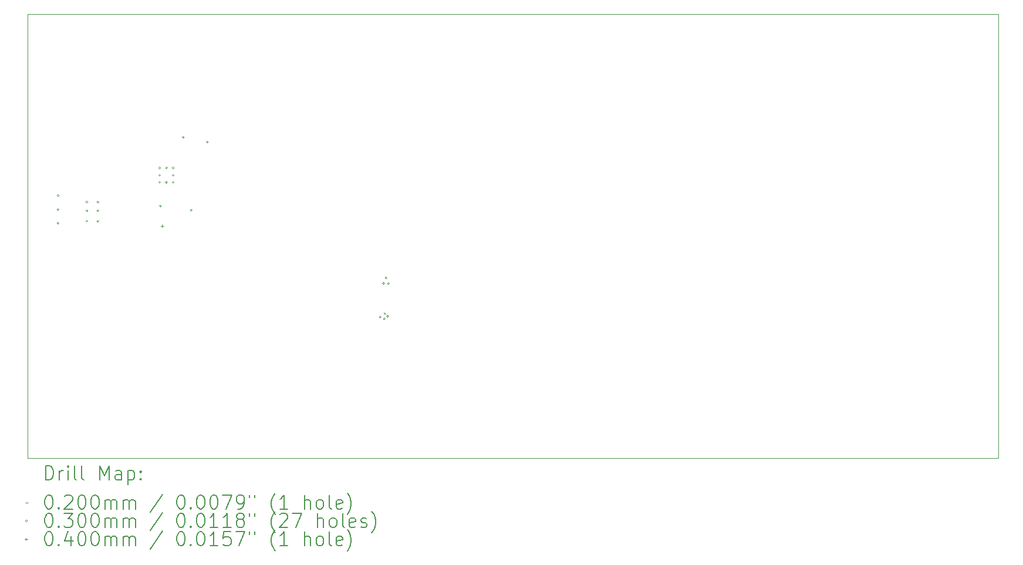
<source format=gbr>
%TF.GenerationSoftware,KiCad,Pcbnew,8.0.6*%
%TF.CreationDate,2025-02-07T02:34:47-05:00*%
%TF.ProjectId,SCAN,5343414e-2e6b-4696-9361-645f70636258,v1.0*%
%TF.SameCoordinates,Original*%
%TF.FileFunction,Drillmap*%
%TF.FilePolarity,Positive*%
%FSLAX45Y45*%
G04 Gerber Fmt 4.5, Leading zero omitted, Abs format (unit mm)*
G04 Created by KiCad (PCBNEW 8.0.6) date 2025-02-07 02:34:47*
%MOMM*%
%LPD*%
G01*
G04 APERTURE LIST*
%ADD10C,0.100000*%
%ADD11C,0.200000*%
G04 APERTURE END LIST*
D10*
X5700000Y-6800000D02*
X19700000Y-6800000D01*
X19700000Y-13200000D01*
X5700000Y-13200000D01*
X5700000Y-6800000D01*
D11*
D10*
X10838000Y-11106000D02*
X10858000Y-11126000D01*
X10858000Y-11106000D02*
X10838000Y-11126000D01*
X6151000Y-9420000D02*
G75*
G02*
X6121000Y-9420000I-15000J0D01*
G01*
X6121000Y-9420000D02*
G75*
G02*
X6151000Y-9420000I15000J0D01*
G01*
X6151000Y-9620000D02*
G75*
G02*
X6121000Y-9620000I-15000J0D01*
G01*
X6121000Y-9620000D02*
G75*
G02*
X6151000Y-9620000I15000J0D01*
G01*
X6151000Y-9819000D02*
G75*
G02*
X6121000Y-9819000I-15000J0D01*
G01*
X6121000Y-9819000D02*
G75*
G02*
X6151000Y-9819000I15000J0D01*
G01*
X6567000Y-9513000D02*
G75*
G02*
X6537000Y-9513000I-15000J0D01*
G01*
X6537000Y-9513000D02*
G75*
G02*
X6567000Y-9513000I15000J0D01*
G01*
X6567000Y-9637000D02*
G75*
G02*
X6537000Y-9637000I-15000J0D01*
G01*
X6537000Y-9637000D02*
G75*
G02*
X6567000Y-9637000I15000J0D01*
G01*
X6567000Y-9788000D02*
G75*
G02*
X6537000Y-9788000I-15000J0D01*
G01*
X6537000Y-9788000D02*
G75*
G02*
X6567000Y-9788000I15000J0D01*
G01*
X6726000Y-9513000D02*
G75*
G02*
X6696000Y-9513000I-15000J0D01*
G01*
X6696000Y-9513000D02*
G75*
G02*
X6726000Y-9513000I15000J0D01*
G01*
X6726000Y-9637000D02*
G75*
G02*
X6696000Y-9637000I-15000J0D01*
G01*
X6696000Y-9637000D02*
G75*
G02*
X6726000Y-9637000I15000J0D01*
G01*
X6726000Y-9788000D02*
G75*
G02*
X6696000Y-9788000I-15000J0D01*
G01*
X6696000Y-9788000D02*
G75*
G02*
X6726000Y-9788000I15000J0D01*
G01*
X7616000Y-9020000D02*
G75*
G02*
X7586000Y-9020000I-15000J0D01*
G01*
X7586000Y-9020000D02*
G75*
G02*
X7616000Y-9020000I15000J0D01*
G01*
X7616000Y-9127000D02*
G75*
G02*
X7586000Y-9127000I-15000J0D01*
G01*
X7586000Y-9127000D02*
G75*
G02*
X7616000Y-9127000I15000J0D01*
G01*
X7616000Y-9228000D02*
G75*
G02*
X7586000Y-9228000I-15000J0D01*
G01*
X7586000Y-9228000D02*
G75*
G02*
X7616000Y-9228000I15000J0D01*
G01*
X7627000Y-9571000D02*
G75*
G02*
X7597000Y-9571000I-15000J0D01*
G01*
X7597000Y-9571000D02*
G75*
G02*
X7627000Y-9571000I15000J0D01*
G01*
X7715000Y-9020000D02*
G75*
G02*
X7685000Y-9020000I-15000J0D01*
G01*
X7685000Y-9020000D02*
G75*
G02*
X7715000Y-9020000I15000J0D01*
G01*
X7715000Y-9228000D02*
G75*
G02*
X7685000Y-9228000I-15000J0D01*
G01*
X7685000Y-9228000D02*
G75*
G02*
X7715000Y-9228000I15000J0D01*
G01*
X7811000Y-9020000D02*
G75*
G02*
X7781000Y-9020000I-15000J0D01*
G01*
X7781000Y-9020000D02*
G75*
G02*
X7811000Y-9020000I15000J0D01*
G01*
X7811000Y-9127000D02*
G75*
G02*
X7781000Y-9127000I-15000J0D01*
G01*
X7781000Y-9127000D02*
G75*
G02*
X7811000Y-9127000I15000J0D01*
G01*
X7811000Y-9228000D02*
G75*
G02*
X7781000Y-9228000I-15000J0D01*
G01*
X7781000Y-9228000D02*
G75*
G02*
X7811000Y-9228000I15000J0D01*
G01*
X7956000Y-8579000D02*
G75*
G02*
X7926000Y-8579000I-15000J0D01*
G01*
X7926000Y-8579000D02*
G75*
G02*
X7956000Y-8579000I15000J0D01*
G01*
X8073000Y-9628000D02*
G75*
G02*
X8043000Y-9628000I-15000J0D01*
G01*
X8043000Y-9628000D02*
G75*
G02*
X8073000Y-9628000I15000J0D01*
G01*
X8304000Y-8646000D02*
G75*
G02*
X8274000Y-8646000I-15000J0D01*
G01*
X8274000Y-8646000D02*
G75*
G02*
X8304000Y-8646000I15000J0D01*
G01*
X10798000Y-11171000D02*
G75*
G02*
X10768000Y-11171000I-15000J0D01*
G01*
X10768000Y-11171000D02*
G75*
G02*
X10798000Y-11171000I15000J0D01*
G01*
X10847000Y-10686000D02*
G75*
G02*
X10817000Y-10686000I-15000J0D01*
G01*
X10817000Y-10686000D02*
G75*
G02*
X10847000Y-10686000I15000J0D01*
G01*
X10857000Y-11197000D02*
G75*
G02*
X10827000Y-11197000I-15000J0D01*
G01*
X10827000Y-11197000D02*
G75*
G02*
X10857000Y-11197000I15000J0D01*
G01*
X10883000Y-10607000D02*
G75*
G02*
X10853000Y-10607000I-15000J0D01*
G01*
X10853000Y-10607000D02*
G75*
G02*
X10883000Y-10607000I15000J0D01*
G01*
X10908000Y-11159000D02*
G75*
G02*
X10878000Y-11159000I-15000J0D01*
G01*
X10878000Y-11159000D02*
G75*
G02*
X10908000Y-11159000I15000J0D01*
G01*
X10917000Y-10687000D02*
G75*
G02*
X10887000Y-10687000I-15000J0D01*
G01*
X10887000Y-10687000D02*
G75*
G02*
X10917000Y-10687000I15000J0D01*
G01*
X7638000Y-9837000D02*
X7638000Y-9877000D01*
X7618000Y-9857000D02*
X7658000Y-9857000D01*
D11*
X5955777Y-13516484D02*
X5955777Y-13316484D01*
X5955777Y-13316484D02*
X6003396Y-13316484D01*
X6003396Y-13316484D02*
X6031967Y-13326008D01*
X6031967Y-13326008D02*
X6051015Y-13345055D01*
X6051015Y-13345055D02*
X6060539Y-13364103D01*
X6060539Y-13364103D02*
X6070062Y-13402198D01*
X6070062Y-13402198D02*
X6070062Y-13430769D01*
X6070062Y-13430769D02*
X6060539Y-13468865D01*
X6060539Y-13468865D02*
X6051015Y-13487912D01*
X6051015Y-13487912D02*
X6031967Y-13506960D01*
X6031967Y-13506960D02*
X6003396Y-13516484D01*
X6003396Y-13516484D02*
X5955777Y-13516484D01*
X6155777Y-13516484D02*
X6155777Y-13383150D01*
X6155777Y-13421246D02*
X6165301Y-13402198D01*
X6165301Y-13402198D02*
X6174824Y-13392674D01*
X6174824Y-13392674D02*
X6193872Y-13383150D01*
X6193872Y-13383150D02*
X6212920Y-13383150D01*
X6279586Y-13516484D02*
X6279586Y-13383150D01*
X6279586Y-13316484D02*
X6270062Y-13326008D01*
X6270062Y-13326008D02*
X6279586Y-13335531D01*
X6279586Y-13335531D02*
X6289110Y-13326008D01*
X6289110Y-13326008D02*
X6279586Y-13316484D01*
X6279586Y-13316484D02*
X6279586Y-13335531D01*
X6403396Y-13516484D02*
X6384348Y-13506960D01*
X6384348Y-13506960D02*
X6374824Y-13487912D01*
X6374824Y-13487912D02*
X6374824Y-13316484D01*
X6508158Y-13516484D02*
X6489110Y-13506960D01*
X6489110Y-13506960D02*
X6479586Y-13487912D01*
X6479586Y-13487912D02*
X6479586Y-13316484D01*
X6736729Y-13516484D02*
X6736729Y-13316484D01*
X6736729Y-13316484D02*
X6803396Y-13459341D01*
X6803396Y-13459341D02*
X6870062Y-13316484D01*
X6870062Y-13316484D02*
X6870062Y-13516484D01*
X7051015Y-13516484D02*
X7051015Y-13411722D01*
X7051015Y-13411722D02*
X7041491Y-13392674D01*
X7041491Y-13392674D02*
X7022443Y-13383150D01*
X7022443Y-13383150D02*
X6984348Y-13383150D01*
X6984348Y-13383150D02*
X6965301Y-13392674D01*
X7051015Y-13506960D02*
X7031967Y-13516484D01*
X7031967Y-13516484D02*
X6984348Y-13516484D01*
X6984348Y-13516484D02*
X6965301Y-13506960D01*
X6965301Y-13506960D02*
X6955777Y-13487912D01*
X6955777Y-13487912D02*
X6955777Y-13468865D01*
X6955777Y-13468865D02*
X6965301Y-13449817D01*
X6965301Y-13449817D02*
X6984348Y-13440293D01*
X6984348Y-13440293D02*
X7031967Y-13440293D01*
X7031967Y-13440293D02*
X7051015Y-13430769D01*
X7146253Y-13383150D02*
X7146253Y-13583150D01*
X7146253Y-13392674D02*
X7165301Y-13383150D01*
X7165301Y-13383150D02*
X7203396Y-13383150D01*
X7203396Y-13383150D02*
X7222443Y-13392674D01*
X7222443Y-13392674D02*
X7231967Y-13402198D01*
X7231967Y-13402198D02*
X7241491Y-13421246D01*
X7241491Y-13421246D02*
X7241491Y-13478388D01*
X7241491Y-13478388D02*
X7231967Y-13497436D01*
X7231967Y-13497436D02*
X7222443Y-13506960D01*
X7222443Y-13506960D02*
X7203396Y-13516484D01*
X7203396Y-13516484D02*
X7165301Y-13516484D01*
X7165301Y-13516484D02*
X7146253Y-13506960D01*
X7327205Y-13497436D02*
X7336729Y-13506960D01*
X7336729Y-13506960D02*
X7327205Y-13516484D01*
X7327205Y-13516484D02*
X7317682Y-13506960D01*
X7317682Y-13506960D02*
X7327205Y-13497436D01*
X7327205Y-13497436D02*
X7327205Y-13516484D01*
X7327205Y-13392674D02*
X7336729Y-13402198D01*
X7336729Y-13402198D02*
X7327205Y-13411722D01*
X7327205Y-13411722D02*
X7317682Y-13402198D01*
X7317682Y-13402198D02*
X7327205Y-13392674D01*
X7327205Y-13392674D02*
X7327205Y-13411722D01*
D10*
X5675000Y-13835000D02*
X5695000Y-13855000D01*
X5695000Y-13835000D02*
X5675000Y-13855000D01*
D11*
X5993872Y-13736484D02*
X6012920Y-13736484D01*
X6012920Y-13736484D02*
X6031967Y-13746008D01*
X6031967Y-13746008D02*
X6041491Y-13755531D01*
X6041491Y-13755531D02*
X6051015Y-13774579D01*
X6051015Y-13774579D02*
X6060539Y-13812674D01*
X6060539Y-13812674D02*
X6060539Y-13860293D01*
X6060539Y-13860293D02*
X6051015Y-13898388D01*
X6051015Y-13898388D02*
X6041491Y-13917436D01*
X6041491Y-13917436D02*
X6031967Y-13926960D01*
X6031967Y-13926960D02*
X6012920Y-13936484D01*
X6012920Y-13936484D02*
X5993872Y-13936484D01*
X5993872Y-13936484D02*
X5974824Y-13926960D01*
X5974824Y-13926960D02*
X5965301Y-13917436D01*
X5965301Y-13917436D02*
X5955777Y-13898388D01*
X5955777Y-13898388D02*
X5946253Y-13860293D01*
X5946253Y-13860293D02*
X5946253Y-13812674D01*
X5946253Y-13812674D02*
X5955777Y-13774579D01*
X5955777Y-13774579D02*
X5965301Y-13755531D01*
X5965301Y-13755531D02*
X5974824Y-13746008D01*
X5974824Y-13746008D02*
X5993872Y-13736484D01*
X6146253Y-13917436D02*
X6155777Y-13926960D01*
X6155777Y-13926960D02*
X6146253Y-13936484D01*
X6146253Y-13936484D02*
X6136729Y-13926960D01*
X6136729Y-13926960D02*
X6146253Y-13917436D01*
X6146253Y-13917436D02*
X6146253Y-13936484D01*
X6231967Y-13755531D02*
X6241491Y-13746008D01*
X6241491Y-13746008D02*
X6260539Y-13736484D01*
X6260539Y-13736484D02*
X6308158Y-13736484D01*
X6308158Y-13736484D02*
X6327205Y-13746008D01*
X6327205Y-13746008D02*
X6336729Y-13755531D01*
X6336729Y-13755531D02*
X6346253Y-13774579D01*
X6346253Y-13774579D02*
X6346253Y-13793627D01*
X6346253Y-13793627D02*
X6336729Y-13822198D01*
X6336729Y-13822198D02*
X6222443Y-13936484D01*
X6222443Y-13936484D02*
X6346253Y-13936484D01*
X6470062Y-13736484D02*
X6489110Y-13736484D01*
X6489110Y-13736484D02*
X6508158Y-13746008D01*
X6508158Y-13746008D02*
X6517682Y-13755531D01*
X6517682Y-13755531D02*
X6527205Y-13774579D01*
X6527205Y-13774579D02*
X6536729Y-13812674D01*
X6536729Y-13812674D02*
X6536729Y-13860293D01*
X6536729Y-13860293D02*
X6527205Y-13898388D01*
X6527205Y-13898388D02*
X6517682Y-13917436D01*
X6517682Y-13917436D02*
X6508158Y-13926960D01*
X6508158Y-13926960D02*
X6489110Y-13936484D01*
X6489110Y-13936484D02*
X6470062Y-13936484D01*
X6470062Y-13936484D02*
X6451015Y-13926960D01*
X6451015Y-13926960D02*
X6441491Y-13917436D01*
X6441491Y-13917436D02*
X6431967Y-13898388D01*
X6431967Y-13898388D02*
X6422443Y-13860293D01*
X6422443Y-13860293D02*
X6422443Y-13812674D01*
X6422443Y-13812674D02*
X6431967Y-13774579D01*
X6431967Y-13774579D02*
X6441491Y-13755531D01*
X6441491Y-13755531D02*
X6451015Y-13746008D01*
X6451015Y-13746008D02*
X6470062Y-13736484D01*
X6660539Y-13736484D02*
X6679586Y-13736484D01*
X6679586Y-13736484D02*
X6698634Y-13746008D01*
X6698634Y-13746008D02*
X6708158Y-13755531D01*
X6708158Y-13755531D02*
X6717682Y-13774579D01*
X6717682Y-13774579D02*
X6727205Y-13812674D01*
X6727205Y-13812674D02*
X6727205Y-13860293D01*
X6727205Y-13860293D02*
X6717682Y-13898388D01*
X6717682Y-13898388D02*
X6708158Y-13917436D01*
X6708158Y-13917436D02*
X6698634Y-13926960D01*
X6698634Y-13926960D02*
X6679586Y-13936484D01*
X6679586Y-13936484D02*
X6660539Y-13936484D01*
X6660539Y-13936484D02*
X6641491Y-13926960D01*
X6641491Y-13926960D02*
X6631967Y-13917436D01*
X6631967Y-13917436D02*
X6622443Y-13898388D01*
X6622443Y-13898388D02*
X6612920Y-13860293D01*
X6612920Y-13860293D02*
X6612920Y-13812674D01*
X6612920Y-13812674D02*
X6622443Y-13774579D01*
X6622443Y-13774579D02*
X6631967Y-13755531D01*
X6631967Y-13755531D02*
X6641491Y-13746008D01*
X6641491Y-13746008D02*
X6660539Y-13736484D01*
X6812920Y-13936484D02*
X6812920Y-13803150D01*
X6812920Y-13822198D02*
X6822443Y-13812674D01*
X6822443Y-13812674D02*
X6841491Y-13803150D01*
X6841491Y-13803150D02*
X6870063Y-13803150D01*
X6870063Y-13803150D02*
X6889110Y-13812674D01*
X6889110Y-13812674D02*
X6898634Y-13831722D01*
X6898634Y-13831722D02*
X6898634Y-13936484D01*
X6898634Y-13831722D02*
X6908158Y-13812674D01*
X6908158Y-13812674D02*
X6927205Y-13803150D01*
X6927205Y-13803150D02*
X6955777Y-13803150D01*
X6955777Y-13803150D02*
X6974824Y-13812674D01*
X6974824Y-13812674D02*
X6984348Y-13831722D01*
X6984348Y-13831722D02*
X6984348Y-13936484D01*
X7079586Y-13936484D02*
X7079586Y-13803150D01*
X7079586Y-13822198D02*
X7089110Y-13812674D01*
X7089110Y-13812674D02*
X7108158Y-13803150D01*
X7108158Y-13803150D02*
X7136729Y-13803150D01*
X7136729Y-13803150D02*
X7155777Y-13812674D01*
X7155777Y-13812674D02*
X7165301Y-13831722D01*
X7165301Y-13831722D02*
X7165301Y-13936484D01*
X7165301Y-13831722D02*
X7174824Y-13812674D01*
X7174824Y-13812674D02*
X7193872Y-13803150D01*
X7193872Y-13803150D02*
X7222443Y-13803150D01*
X7222443Y-13803150D02*
X7241491Y-13812674D01*
X7241491Y-13812674D02*
X7251015Y-13831722D01*
X7251015Y-13831722D02*
X7251015Y-13936484D01*
X7641491Y-13726960D02*
X7470063Y-13984103D01*
X7898634Y-13736484D02*
X7917682Y-13736484D01*
X7917682Y-13736484D02*
X7936729Y-13746008D01*
X7936729Y-13746008D02*
X7946253Y-13755531D01*
X7946253Y-13755531D02*
X7955777Y-13774579D01*
X7955777Y-13774579D02*
X7965301Y-13812674D01*
X7965301Y-13812674D02*
X7965301Y-13860293D01*
X7965301Y-13860293D02*
X7955777Y-13898388D01*
X7955777Y-13898388D02*
X7946253Y-13917436D01*
X7946253Y-13917436D02*
X7936729Y-13926960D01*
X7936729Y-13926960D02*
X7917682Y-13936484D01*
X7917682Y-13936484D02*
X7898634Y-13936484D01*
X7898634Y-13936484D02*
X7879586Y-13926960D01*
X7879586Y-13926960D02*
X7870063Y-13917436D01*
X7870063Y-13917436D02*
X7860539Y-13898388D01*
X7860539Y-13898388D02*
X7851015Y-13860293D01*
X7851015Y-13860293D02*
X7851015Y-13812674D01*
X7851015Y-13812674D02*
X7860539Y-13774579D01*
X7860539Y-13774579D02*
X7870063Y-13755531D01*
X7870063Y-13755531D02*
X7879586Y-13746008D01*
X7879586Y-13746008D02*
X7898634Y-13736484D01*
X8051015Y-13917436D02*
X8060539Y-13926960D01*
X8060539Y-13926960D02*
X8051015Y-13936484D01*
X8051015Y-13936484D02*
X8041491Y-13926960D01*
X8041491Y-13926960D02*
X8051015Y-13917436D01*
X8051015Y-13917436D02*
X8051015Y-13936484D01*
X8184348Y-13736484D02*
X8203396Y-13736484D01*
X8203396Y-13736484D02*
X8222444Y-13746008D01*
X8222444Y-13746008D02*
X8231967Y-13755531D01*
X8231967Y-13755531D02*
X8241491Y-13774579D01*
X8241491Y-13774579D02*
X8251015Y-13812674D01*
X8251015Y-13812674D02*
X8251015Y-13860293D01*
X8251015Y-13860293D02*
X8241491Y-13898388D01*
X8241491Y-13898388D02*
X8231967Y-13917436D01*
X8231967Y-13917436D02*
X8222444Y-13926960D01*
X8222444Y-13926960D02*
X8203396Y-13936484D01*
X8203396Y-13936484D02*
X8184348Y-13936484D01*
X8184348Y-13936484D02*
X8165301Y-13926960D01*
X8165301Y-13926960D02*
X8155777Y-13917436D01*
X8155777Y-13917436D02*
X8146253Y-13898388D01*
X8146253Y-13898388D02*
X8136729Y-13860293D01*
X8136729Y-13860293D02*
X8136729Y-13812674D01*
X8136729Y-13812674D02*
X8146253Y-13774579D01*
X8146253Y-13774579D02*
X8155777Y-13755531D01*
X8155777Y-13755531D02*
X8165301Y-13746008D01*
X8165301Y-13746008D02*
X8184348Y-13736484D01*
X8374825Y-13736484D02*
X8393872Y-13736484D01*
X8393872Y-13736484D02*
X8412920Y-13746008D01*
X8412920Y-13746008D02*
X8422444Y-13755531D01*
X8422444Y-13755531D02*
X8431968Y-13774579D01*
X8431968Y-13774579D02*
X8441491Y-13812674D01*
X8441491Y-13812674D02*
X8441491Y-13860293D01*
X8441491Y-13860293D02*
X8431968Y-13898388D01*
X8431968Y-13898388D02*
X8422444Y-13917436D01*
X8422444Y-13917436D02*
X8412920Y-13926960D01*
X8412920Y-13926960D02*
X8393872Y-13936484D01*
X8393872Y-13936484D02*
X8374825Y-13936484D01*
X8374825Y-13936484D02*
X8355777Y-13926960D01*
X8355777Y-13926960D02*
X8346253Y-13917436D01*
X8346253Y-13917436D02*
X8336729Y-13898388D01*
X8336729Y-13898388D02*
X8327206Y-13860293D01*
X8327206Y-13860293D02*
X8327206Y-13812674D01*
X8327206Y-13812674D02*
X8336729Y-13774579D01*
X8336729Y-13774579D02*
X8346253Y-13755531D01*
X8346253Y-13755531D02*
X8355777Y-13746008D01*
X8355777Y-13746008D02*
X8374825Y-13736484D01*
X8508158Y-13736484D02*
X8641491Y-13736484D01*
X8641491Y-13736484D02*
X8555777Y-13936484D01*
X8727206Y-13936484D02*
X8765301Y-13936484D01*
X8765301Y-13936484D02*
X8784349Y-13926960D01*
X8784349Y-13926960D02*
X8793872Y-13917436D01*
X8793872Y-13917436D02*
X8812920Y-13888865D01*
X8812920Y-13888865D02*
X8822444Y-13850769D01*
X8822444Y-13850769D02*
X8822444Y-13774579D01*
X8822444Y-13774579D02*
X8812920Y-13755531D01*
X8812920Y-13755531D02*
X8803396Y-13746008D01*
X8803396Y-13746008D02*
X8784349Y-13736484D01*
X8784349Y-13736484D02*
X8746253Y-13736484D01*
X8746253Y-13736484D02*
X8727206Y-13746008D01*
X8727206Y-13746008D02*
X8717682Y-13755531D01*
X8717682Y-13755531D02*
X8708158Y-13774579D01*
X8708158Y-13774579D02*
X8708158Y-13822198D01*
X8708158Y-13822198D02*
X8717682Y-13841246D01*
X8717682Y-13841246D02*
X8727206Y-13850769D01*
X8727206Y-13850769D02*
X8746253Y-13860293D01*
X8746253Y-13860293D02*
X8784349Y-13860293D01*
X8784349Y-13860293D02*
X8803396Y-13850769D01*
X8803396Y-13850769D02*
X8812920Y-13841246D01*
X8812920Y-13841246D02*
X8822444Y-13822198D01*
X8898634Y-13736484D02*
X8898634Y-13774579D01*
X8974825Y-13736484D02*
X8974825Y-13774579D01*
X9270063Y-14012674D02*
X9260539Y-14003150D01*
X9260539Y-14003150D02*
X9241491Y-13974579D01*
X9241491Y-13974579D02*
X9231968Y-13955531D01*
X9231968Y-13955531D02*
X9222444Y-13926960D01*
X9222444Y-13926960D02*
X9212920Y-13879341D01*
X9212920Y-13879341D02*
X9212920Y-13841246D01*
X9212920Y-13841246D02*
X9222444Y-13793627D01*
X9222444Y-13793627D02*
X9231968Y-13765055D01*
X9231968Y-13765055D02*
X9241491Y-13746008D01*
X9241491Y-13746008D02*
X9260539Y-13717436D01*
X9260539Y-13717436D02*
X9270063Y-13707912D01*
X9451015Y-13936484D02*
X9336730Y-13936484D01*
X9393872Y-13936484D02*
X9393872Y-13736484D01*
X9393872Y-13736484D02*
X9374825Y-13765055D01*
X9374825Y-13765055D02*
X9355777Y-13784103D01*
X9355777Y-13784103D02*
X9336730Y-13793627D01*
X9689111Y-13936484D02*
X9689111Y-13736484D01*
X9774825Y-13936484D02*
X9774825Y-13831722D01*
X9774825Y-13831722D02*
X9765301Y-13812674D01*
X9765301Y-13812674D02*
X9746253Y-13803150D01*
X9746253Y-13803150D02*
X9717682Y-13803150D01*
X9717682Y-13803150D02*
X9698634Y-13812674D01*
X9698634Y-13812674D02*
X9689111Y-13822198D01*
X9898634Y-13936484D02*
X9879587Y-13926960D01*
X9879587Y-13926960D02*
X9870063Y-13917436D01*
X9870063Y-13917436D02*
X9860539Y-13898388D01*
X9860539Y-13898388D02*
X9860539Y-13841246D01*
X9860539Y-13841246D02*
X9870063Y-13822198D01*
X9870063Y-13822198D02*
X9879587Y-13812674D01*
X9879587Y-13812674D02*
X9898634Y-13803150D01*
X9898634Y-13803150D02*
X9927206Y-13803150D01*
X9927206Y-13803150D02*
X9946253Y-13812674D01*
X9946253Y-13812674D02*
X9955777Y-13822198D01*
X9955777Y-13822198D02*
X9965301Y-13841246D01*
X9965301Y-13841246D02*
X9965301Y-13898388D01*
X9965301Y-13898388D02*
X9955777Y-13917436D01*
X9955777Y-13917436D02*
X9946253Y-13926960D01*
X9946253Y-13926960D02*
X9927206Y-13936484D01*
X9927206Y-13936484D02*
X9898634Y-13936484D01*
X10079587Y-13936484D02*
X10060539Y-13926960D01*
X10060539Y-13926960D02*
X10051015Y-13907912D01*
X10051015Y-13907912D02*
X10051015Y-13736484D01*
X10231968Y-13926960D02*
X10212920Y-13936484D01*
X10212920Y-13936484D02*
X10174825Y-13936484D01*
X10174825Y-13936484D02*
X10155777Y-13926960D01*
X10155777Y-13926960D02*
X10146253Y-13907912D01*
X10146253Y-13907912D02*
X10146253Y-13831722D01*
X10146253Y-13831722D02*
X10155777Y-13812674D01*
X10155777Y-13812674D02*
X10174825Y-13803150D01*
X10174825Y-13803150D02*
X10212920Y-13803150D01*
X10212920Y-13803150D02*
X10231968Y-13812674D01*
X10231968Y-13812674D02*
X10241492Y-13831722D01*
X10241492Y-13831722D02*
X10241492Y-13850769D01*
X10241492Y-13850769D02*
X10146253Y-13869817D01*
X10308158Y-14012674D02*
X10317682Y-14003150D01*
X10317682Y-14003150D02*
X10336730Y-13974579D01*
X10336730Y-13974579D02*
X10346253Y-13955531D01*
X10346253Y-13955531D02*
X10355777Y-13926960D01*
X10355777Y-13926960D02*
X10365301Y-13879341D01*
X10365301Y-13879341D02*
X10365301Y-13841246D01*
X10365301Y-13841246D02*
X10355777Y-13793627D01*
X10355777Y-13793627D02*
X10346253Y-13765055D01*
X10346253Y-13765055D02*
X10336730Y-13746008D01*
X10336730Y-13746008D02*
X10317682Y-13717436D01*
X10317682Y-13717436D02*
X10308158Y-13707912D01*
D10*
X5695000Y-14109000D02*
G75*
G02*
X5665000Y-14109000I-15000J0D01*
G01*
X5665000Y-14109000D02*
G75*
G02*
X5695000Y-14109000I15000J0D01*
G01*
D11*
X5993872Y-14000484D02*
X6012920Y-14000484D01*
X6012920Y-14000484D02*
X6031967Y-14010008D01*
X6031967Y-14010008D02*
X6041491Y-14019531D01*
X6041491Y-14019531D02*
X6051015Y-14038579D01*
X6051015Y-14038579D02*
X6060539Y-14076674D01*
X6060539Y-14076674D02*
X6060539Y-14124293D01*
X6060539Y-14124293D02*
X6051015Y-14162388D01*
X6051015Y-14162388D02*
X6041491Y-14181436D01*
X6041491Y-14181436D02*
X6031967Y-14190960D01*
X6031967Y-14190960D02*
X6012920Y-14200484D01*
X6012920Y-14200484D02*
X5993872Y-14200484D01*
X5993872Y-14200484D02*
X5974824Y-14190960D01*
X5974824Y-14190960D02*
X5965301Y-14181436D01*
X5965301Y-14181436D02*
X5955777Y-14162388D01*
X5955777Y-14162388D02*
X5946253Y-14124293D01*
X5946253Y-14124293D02*
X5946253Y-14076674D01*
X5946253Y-14076674D02*
X5955777Y-14038579D01*
X5955777Y-14038579D02*
X5965301Y-14019531D01*
X5965301Y-14019531D02*
X5974824Y-14010008D01*
X5974824Y-14010008D02*
X5993872Y-14000484D01*
X6146253Y-14181436D02*
X6155777Y-14190960D01*
X6155777Y-14190960D02*
X6146253Y-14200484D01*
X6146253Y-14200484D02*
X6136729Y-14190960D01*
X6136729Y-14190960D02*
X6146253Y-14181436D01*
X6146253Y-14181436D02*
X6146253Y-14200484D01*
X6222443Y-14000484D02*
X6346253Y-14000484D01*
X6346253Y-14000484D02*
X6279586Y-14076674D01*
X6279586Y-14076674D02*
X6308158Y-14076674D01*
X6308158Y-14076674D02*
X6327205Y-14086198D01*
X6327205Y-14086198D02*
X6336729Y-14095722D01*
X6336729Y-14095722D02*
X6346253Y-14114769D01*
X6346253Y-14114769D02*
X6346253Y-14162388D01*
X6346253Y-14162388D02*
X6336729Y-14181436D01*
X6336729Y-14181436D02*
X6327205Y-14190960D01*
X6327205Y-14190960D02*
X6308158Y-14200484D01*
X6308158Y-14200484D02*
X6251015Y-14200484D01*
X6251015Y-14200484D02*
X6231967Y-14190960D01*
X6231967Y-14190960D02*
X6222443Y-14181436D01*
X6470062Y-14000484D02*
X6489110Y-14000484D01*
X6489110Y-14000484D02*
X6508158Y-14010008D01*
X6508158Y-14010008D02*
X6517682Y-14019531D01*
X6517682Y-14019531D02*
X6527205Y-14038579D01*
X6527205Y-14038579D02*
X6536729Y-14076674D01*
X6536729Y-14076674D02*
X6536729Y-14124293D01*
X6536729Y-14124293D02*
X6527205Y-14162388D01*
X6527205Y-14162388D02*
X6517682Y-14181436D01*
X6517682Y-14181436D02*
X6508158Y-14190960D01*
X6508158Y-14190960D02*
X6489110Y-14200484D01*
X6489110Y-14200484D02*
X6470062Y-14200484D01*
X6470062Y-14200484D02*
X6451015Y-14190960D01*
X6451015Y-14190960D02*
X6441491Y-14181436D01*
X6441491Y-14181436D02*
X6431967Y-14162388D01*
X6431967Y-14162388D02*
X6422443Y-14124293D01*
X6422443Y-14124293D02*
X6422443Y-14076674D01*
X6422443Y-14076674D02*
X6431967Y-14038579D01*
X6431967Y-14038579D02*
X6441491Y-14019531D01*
X6441491Y-14019531D02*
X6451015Y-14010008D01*
X6451015Y-14010008D02*
X6470062Y-14000484D01*
X6660539Y-14000484D02*
X6679586Y-14000484D01*
X6679586Y-14000484D02*
X6698634Y-14010008D01*
X6698634Y-14010008D02*
X6708158Y-14019531D01*
X6708158Y-14019531D02*
X6717682Y-14038579D01*
X6717682Y-14038579D02*
X6727205Y-14076674D01*
X6727205Y-14076674D02*
X6727205Y-14124293D01*
X6727205Y-14124293D02*
X6717682Y-14162388D01*
X6717682Y-14162388D02*
X6708158Y-14181436D01*
X6708158Y-14181436D02*
X6698634Y-14190960D01*
X6698634Y-14190960D02*
X6679586Y-14200484D01*
X6679586Y-14200484D02*
X6660539Y-14200484D01*
X6660539Y-14200484D02*
X6641491Y-14190960D01*
X6641491Y-14190960D02*
X6631967Y-14181436D01*
X6631967Y-14181436D02*
X6622443Y-14162388D01*
X6622443Y-14162388D02*
X6612920Y-14124293D01*
X6612920Y-14124293D02*
X6612920Y-14076674D01*
X6612920Y-14076674D02*
X6622443Y-14038579D01*
X6622443Y-14038579D02*
X6631967Y-14019531D01*
X6631967Y-14019531D02*
X6641491Y-14010008D01*
X6641491Y-14010008D02*
X6660539Y-14000484D01*
X6812920Y-14200484D02*
X6812920Y-14067150D01*
X6812920Y-14086198D02*
X6822443Y-14076674D01*
X6822443Y-14076674D02*
X6841491Y-14067150D01*
X6841491Y-14067150D02*
X6870063Y-14067150D01*
X6870063Y-14067150D02*
X6889110Y-14076674D01*
X6889110Y-14076674D02*
X6898634Y-14095722D01*
X6898634Y-14095722D02*
X6898634Y-14200484D01*
X6898634Y-14095722D02*
X6908158Y-14076674D01*
X6908158Y-14076674D02*
X6927205Y-14067150D01*
X6927205Y-14067150D02*
X6955777Y-14067150D01*
X6955777Y-14067150D02*
X6974824Y-14076674D01*
X6974824Y-14076674D02*
X6984348Y-14095722D01*
X6984348Y-14095722D02*
X6984348Y-14200484D01*
X7079586Y-14200484D02*
X7079586Y-14067150D01*
X7079586Y-14086198D02*
X7089110Y-14076674D01*
X7089110Y-14076674D02*
X7108158Y-14067150D01*
X7108158Y-14067150D02*
X7136729Y-14067150D01*
X7136729Y-14067150D02*
X7155777Y-14076674D01*
X7155777Y-14076674D02*
X7165301Y-14095722D01*
X7165301Y-14095722D02*
X7165301Y-14200484D01*
X7165301Y-14095722D02*
X7174824Y-14076674D01*
X7174824Y-14076674D02*
X7193872Y-14067150D01*
X7193872Y-14067150D02*
X7222443Y-14067150D01*
X7222443Y-14067150D02*
X7241491Y-14076674D01*
X7241491Y-14076674D02*
X7251015Y-14095722D01*
X7251015Y-14095722D02*
X7251015Y-14200484D01*
X7641491Y-13990960D02*
X7470063Y-14248103D01*
X7898634Y-14000484D02*
X7917682Y-14000484D01*
X7917682Y-14000484D02*
X7936729Y-14010008D01*
X7936729Y-14010008D02*
X7946253Y-14019531D01*
X7946253Y-14019531D02*
X7955777Y-14038579D01*
X7955777Y-14038579D02*
X7965301Y-14076674D01*
X7965301Y-14076674D02*
X7965301Y-14124293D01*
X7965301Y-14124293D02*
X7955777Y-14162388D01*
X7955777Y-14162388D02*
X7946253Y-14181436D01*
X7946253Y-14181436D02*
X7936729Y-14190960D01*
X7936729Y-14190960D02*
X7917682Y-14200484D01*
X7917682Y-14200484D02*
X7898634Y-14200484D01*
X7898634Y-14200484D02*
X7879586Y-14190960D01*
X7879586Y-14190960D02*
X7870063Y-14181436D01*
X7870063Y-14181436D02*
X7860539Y-14162388D01*
X7860539Y-14162388D02*
X7851015Y-14124293D01*
X7851015Y-14124293D02*
X7851015Y-14076674D01*
X7851015Y-14076674D02*
X7860539Y-14038579D01*
X7860539Y-14038579D02*
X7870063Y-14019531D01*
X7870063Y-14019531D02*
X7879586Y-14010008D01*
X7879586Y-14010008D02*
X7898634Y-14000484D01*
X8051015Y-14181436D02*
X8060539Y-14190960D01*
X8060539Y-14190960D02*
X8051015Y-14200484D01*
X8051015Y-14200484D02*
X8041491Y-14190960D01*
X8041491Y-14190960D02*
X8051015Y-14181436D01*
X8051015Y-14181436D02*
X8051015Y-14200484D01*
X8184348Y-14000484D02*
X8203396Y-14000484D01*
X8203396Y-14000484D02*
X8222444Y-14010008D01*
X8222444Y-14010008D02*
X8231967Y-14019531D01*
X8231967Y-14019531D02*
X8241491Y-14038579D01*
X8241491Y-14038579D02*
X8251015Y-14076674D01*
X8251015Y-14076674D02*
X8251015Y-14124293D01*
X8251015Y-14124293D02*
X8241491Y-14162388D01*
X8241491Y-14162388D02*
X8231967Y-14181436D01*
X8231967Y-14181436D02*
X8222444Y-14190960D01*
X8222444Y-14190960D02*
X8203396Y-14200484D01*
X8203396Y-14200484D02*
X8184348Y-14200484D01*
X8184348Y-14200484D02*
X8165301Y-14190960D01*
X8165301Y-14190960D02*
X8155777Y-14181436D01*
X8155777Y-14181436D02*
X8146253Y-14162388D01*
X8146253Y-14162388D02*
X8136729Y-14124293D01*
X8136729Y-14124293D02*
X8136729Y-14076674D01*
X8136729Y-14076674D02*
X8146253Y-14038579D01*
X8146253Y-14038579D02*
X8155777Y-14019531D01*
X8155777Y-14019531D02*
X8165301Y-14010008D01*
X8165301Y-14010008D02*
X8184348Y-14000484D01*
X8441491Y-14200484D02*
X8327206Y-14200484D01*
X8384348Y-14200484D02*
X8384348Y-14000484D01*
X8384348Y-14000484D02*
X8365301Y-14029055D01*
X8365301Y-14029055D02*
X8346253Y-14048103D01*
X8346253Y-14048103D02*
X8327206Y-14057627D01*
X8631968Y-14200484D02*
X8517682Y-14200484D01*
X8574825Y-14200484D02*
X8574825Y-14000484D01*
X8574825Y-14000484D02*
X8555777Y-14029055D01*
X8555777Y-14029055D02*
X8536729Y-14048103D01*
X8536729Y-14048103D02*
X8517682Y-14057627D01*
X8746253Y-14086198D02*
X8727206Y-14076674D01*
X8727206Y-14076674D02*
X8717682Y-14067150D01*
X8717682Y-14067150D02*
X8708158Y-14048103D01*
X8708158Y-14048103D02*
X8708158Y-14038579D01*
X8708158Y-14038579D02*
X8717682Y-14019531D01*
X8717682Y-14019531D02*
X8727206Y-14010008D01*
X8727206Y-14010008D02*
X8746253Y-14000484D01*
X8746253Y-14000484D02*
X8784349Y-14000484D01*
X8784349Y-14000484D02*
X8803396Y-14010008D01*
X8803396Y-14010008D02*
X8812920Y-14019531D01*
X8812920Y-14019531D02*
X8822444Y-14038579D01*
X8822444Y-14038579D02*
X8822444Y-14048103D01*
X8822444Y-14048103D02*
X8812920Y-14067150D01*
X8812920Y-14067150D02*
X8803396Y-14076674D01*
X8803396Y-14076674D02*
X8784349Y-14086198D01*
X8784349Y-14086198D02*
X8746253Y-14086198D01*
X8746253Y-14086198D02*
X8727206Y-14095722D01*
X8727206Y-14095722D02*
X8717682Y-14105246D01*
X8717682Y-14105246D02*
X8708158Y-14124293D01*
X8708158Y-14124293D02*
X8708158Y-14162388D01*
X8708158Y-14162388D02*
X8717682Y-14181436D01*
X8717682Y-14181436D02*
X8727206Y-14190960D01*
X8727206Y-14190960D02*
X8746253Y-14200484D01*
X8746253Y-14200484D02*
X8784349Y-14200484D01*
X8784349Y-14200484D02*
X8803396Y-14190960D01*
X8803396Y-14190960D02*
X8812920Y-14181436D01*
X8812920Y-14181436D02*
X8822444Y-14162388D01*
X8822444Y-14162388D02*
X8822444Y-14124293D01*
X8822444Y-14124293D02*
X8812920Y-14105246D01*
X8812920Y-14105246D02*
X8803396Y-14095722D01*
X8803396Y-14095722D02*
X8784349Y-14086198D01*
X8898634Y-14000484D02*
X8898634Y-14038579D01*
X8974825Y-14000484D02*
X8974825Y-14038579D01*
X9270063Y-14276674D02*
X9260539Y-14267150D01*
X9260539Y-14267150D02*
X9241491Y-14238579D01*
X9241491Y-14238579D02*
X9231968Y-14219531D01*
X9231968Y-14219531D02*
X9222444Y-14190960D01*
X9222444Y-14190960D02*
X9212920Y-14143341D01*
X9212920Y-14143341D02*
X9212920Y-14105246D01*
X9212920Y-14105246D02*
X9222444Y-14057627D01*
X9222444Y-14057627D02*
X9231968Y-14029055D01*
X9231968Y-14029055D02*
X9241491Y-14010008D01*
X9241491Y-14010008D02*
X9260539Y-13981436D01*
X9260539Y-13981436D02*
X9270063Y-13971912D01*
X9336730Y-14019531D02*
X9346253Y-14010008D01*
X9346253Y-14010008D02*
X9365301Y-14000484D01*
X9365301Y-14000484D02*
X9412920Y-14000484D01*
X9412920Y-14000484D02*
X9431968Y-14010008D01*
X9431968Y-14010008D02*
X9441491Y-14019531D01*
X9441491Y-14019531D02*
X9451015Y-14038579D01*
X9451015Y-14038579D02*
X9451015Y-14057627D01*
X9451015Y-14057627D02*
X9441491Y-14086198D01*
X9441491Y-14086198D02*
X9327206Y-14200484D01*
X9327206Y-14200484D02*
X9451015Y-14200484D01*
X9517682Y-14000484D02*
X9651015Y-14000484D01*
X9651015Y-14000484D02*
X9565301Y-14200484D01*
X9879587Y-14200484D02*
X9879587Y-14000484D01*
X9965301Y-14200484D02*
X9965301Y-14095722D01*
X9965301Y-14095722D02*
X9955777Y-14076674D01*
X9955777Y-14076674D02*
X9936730Y-14067150D01*
X9936730Y-14067150D02*
X9908158Y-14067150D01*
X9908158Y-14067150D02*
X9889111Y-14076674D01*
X9889111Y-14076674D02*
X9879587Y-14086198D01*
X10089111Y-14200484D02*
X10070063Y-14190960D01*
X10070063Y-14190960D02*
X10060539Y-14181436D01*
X10060539Y-14181436D02*
X10051015Y-14162388D01*
X10051015Y-14162388D02*
X10051015Y-14105246D01*
X10051015Y-14105246D02*
X10060539Y-14086198D01*
X10060539Y-14086198D02*
X10070063Y-14076674D01*
X10070063Y-14076674D02*
X10089111Y-14067150D01*
X10089111Y-14067150D02*
X10117682Y-14067150D01*
X10117682Y-14067150D02*
X10136730Y-14076674D01*
X10136730Y-14076674D02*
X10146253Y-14086198D01*
X10146253Y-14086198D02*
X10155777Y-14105246D01*
X10155777Y-14105246D02*
X10155777Y-14162388D01*
X10155777Y-14162388D02*
X10146253Y-14181436D01*
X10146253Y-14181436D02*
X10136730Y-14190960D01*
X10136730Y-14190960D02*
X10117682Y-14200484D01*
X10117682Y-14200484D02*
X10089111Y-14200484D01*
X10270063Y-14200484D02*
X10251015Y-14190960D01*
X10251015Y-14190960D02*
X10241492Y-14171912D01*
X10241492Y-14171912D02*
X10241492Y-14000484D01*
X10422444Y-14190960D02*
X10403396Y-14200484D01*
X10403396Y-14200484D02*
X10365301Y-14200484D01*
X10365301Y-14200484D02*
X10346253Y-14190960D01*
X10346253Y-14190960D02*
X10336730Y-14171912D01*
X10336730Y-14171912D02*
X10336730Y-14095722D01*
X10336730Y-14095722D02*
X10346253Y-14076674D01*
X10346253Y-14076674D02*
X10365301Y-14067150D01*
X10365301Y-14067150D02*
X10403396Y-14067150D01*
X10403396Y-14067150D02*
X10422444Y-14076674D01*
X10422444Y-14076674D02*
X10431968Y-14095722D01*
X10431968Y-14095722D02*
X10431968Y-14114769D01*
X10431968Y-14114769D02*
X10336730Y-14133817D01*
X10508158Y-14190960D02*
X10527206Y-14200484D01*
X10527206Y-14200484D02*
X10565301Y-14200484D01*
X10565301Y-14200484D02*
X10584349Y-14190960D01*
X10584349Y-14190960D02*
X10593873Y-14171912D01*
X10593873Y-14171912D02*
X10593873Y-14162388D01*
X10593873Y-14162388D02*
X10584349Y-14143341D01*
X10584349Y-14143341D02*
X10565301Y-14133817D01*
X10565301Y-14133817D02*
X10536730Y-14133817D01*
X10536730Y-14133817D02*
X10517682Y-14124293D01*
X10517682Y-14124293D02*
X10508158Y-14105246D01*
X10508158Y-14105246D02*
X10508158Y-14095722D01*
X10508158Y-14095722D02*
X10517682Y-14076674D01*
X10517682Y-14076674D02*
X10536730Y-14067150D01*
X10536730Y-14067150D02*
X10565301Y-14067150D01*
X10565301Y-14067150D02*
X10584349Y-14076674D01*
X10660539Y-14276674D02*
X10670063Y-14267150D01*
X10670063Y-14267150D02*
X10689111Y-14238579D01*
X10689111Y-14238579D02*
X10698634Y-14219531D01*
X10698634Y-14219531D02*
X10708158Y-14190960D01*
X10708158Y-14190960D02*
X10717682Y-14143341D01*
X10717682Y-14143341D02*
X10717682Y-14105246D01*
X10717682Y-14105246D02*
X10708158Y-14057627D01*
X10708158Y-14057627D02*
X10698634Y-14029055D01*
X10698634Y-14029055D02*
X10689111Y-14010008D01*
X10689111Y-14010008D02*
X10670063Y-13981436D01*
X10670063Y-13981436D02*
X10660539Y-13971912D01*
D10*
X5675000Y-14353000D02*
X5675000Y-14393000D01*
X5655000Y-14373000D02*
X5695000Y-14373000D01*
D11*
X5993872Y-14264484D02*
X6012920Y-14264484D01*
X6012920Y-14264484D02*
X6031967Y-14274008D01*
X6031967Y-14274008D02*
X6041491Y-14283531D01*
X6041491Y-14283531D02*
X6051015Y-14302579D01*
X6051015Y-14302579D02*
X6060539Y-14340674D01*
X6060539Y-14340674D02*
X6060539Y-14388293D01*
X6060539Y-14388293D02*
X6051015Y-14426388D01*
X6051015Y-14426388D02*
X6041491Y-14445436D01*
X6041491Y-14445436D02*
X6031967Y-14454960D01*
X6031967Y-14454960D02*
X6012920Y-14464484D01*
X6012920Y-14464484D02*
X5993872Y-14464484D01*
X5993872Y-14464484D02*
X5974824Y-14454960D01*
X5974824Y-14454960D02*
X5965301Y-14445436D01*
X5965301Y-14445436D02*
X5955777Y-14426388D01*
X5955777Y-14426388D02*
X5946253Y-14388293D01*
X5946253Y-14388293D02*
X5946253Y-14340674D01*
X5946253Y-14340674D02*
X5955777Y-14302579D01*
X5955777Y-14302579D02*
X5965301Y-14283531D01*
X5965301Y-14283531D02*
X5974824Y-14274008D01*
X5974824Y-14274008D02*
X5993872Y-14264484D01*
X6146253Y-14445436D02*
X6155777Y-14454960D01*
X6155777Y-14454960D02*
X6146253Y-14464484D01*
X6146253Y-14464484D02*
X6136729Y-14454960D01*
X6136729Y-14454960D02*
X6146253Y-14445436D01*
X6146253Y-14445436D02*
X6146253Y-14464484D01*
X6327205Y-14331150D02*
X6327205Y-14464484D01*
X6279586Y-14254960D02*
X6231967Y-14397817D01*
X6231967Y-14397817D02*
X6355777Y-14397817D01*
X6470062Y-14264484D02*
X6489110Y-14264484D01*
X6489110Y-14264484D02*
X6508158Y-14274008D01*
X6508158Y-14274008D02*
X6517682Y-14283531D01*
X6517682Y-14283531D02*
X6527205Y-14302579D01*
X6527205Y-14302579D02*
X6536729Y-14340674D01*
X6536729Y-14340674D02*
X6536729Y-14388293D01*
X6536729Y-14388293D02*
X6527205Y-14426388D01*
X6527205Y-14426388D02*
X6517682Y-14445436D01*
X6517682Y-14445436D02*
X6508158Y-14454960D01*
X6508158Y-14454960D02*
X6489110Y-14464484D01*
X6489110Y-14464484D02*
X6470062Y-14464484D01*
X6470062Y-14464484D02*
X6451015Y-14454960D01*
X6451015Y-14454960D02*
X6441491Y-14445436D01*
X6441491Y-14445436D02*
X6431967Y-14426388D01*
X6431967Y-14426388D02*
X6422443Y-14388293D01*
X6422443Y-14388293D02*
X6422443Y-14340674D01*
X6422443Y-14340674D02*
X6431967Y-14302579D01*
X6431967Y-14302579D02*
X6441491Y-14283531D01*
X6441491Y-14283531D02*
X6451015Y-14274008D01*
X6451015Y-14274008D02*
X6470062Y-14264484D01*
X6660539Y-14264484D02*
X6679586Y-14264484D01*
X6679586Y-14264484D02*
X6698634Y-14274008D01*
X6698634Y-14274008D02*
X6708158Y-14283531D01*
X6708158Y-14283531D02*
X6717682Y-14302579D01*
X6717682Y-14302579D02*
X6727205Y-14340674D01*
X6727205Y-14340674D02*
X6727205Y-14388293D01*
X6727205Y-14388293D02*
X6717682Y-14426388D01*
X6717682Y-14426388D02*
X6708158Y-14445436D01*
X6708158Y-14445436D02*
X6698634Y-14454960D01*
X6698634Y-14454960D02*
X6679586Y-14464484D01*
X6679586Y-14464484D02*
X6660539Y-14464484D01*
X6660539Y-14464484D02*
X6641491Y-14454960D01*
X6641491Y-14454960D02*
X6631967Y-14445436D01*
X6631967Y-14445436D02*
X6622443Y-14426388D01*
X6622443Y-14426388D02*
X6612920Y-14388293D01*
X6612920Y-14388293D02*
X6612920Y-14340674D01*
X6612920Y-14340674D02*
X6622443Y-14302579D01*
X6622443Y-14302579D02*
X6631967Y-14283531D01*
X6631967Y-14283531D02*
X6641491Y-14274008D01*
X6641491Y-14274008D02*
X6660539Y-14264484D01*
X6812920Y-14464484D02*
X6812920Y-14331150D01*
X6812920Y-14350198D02*
X6822443Y-14340674D01*
X6822443Y-14340674D02*
X6841491Y-14331150D01*
X6841491Y-14331150D02*
X6870063Y-14331150D01*
X6870063Y-14331150D02*
X6889110Y-14340674D01*
X6889110Y-14340674D02*
X6898634Y-14359722D01*
X6898634Y-14359722D02*
X6898634Y-14464484D01*
X6898634Y-14359722D02*
X6908158Y-14340674D01*
X6908158Y-14340674D02*
X6927205Y-14331150D01*
X6927205Y-14331150D02*
X6955777Y-14331150D01*
X6955777Y-14331150D02*
X6974824Y-14340674D01*
X6974824Y-14340674D02*
X6984348Y-14359722D01*
X6984348Y-14359722D02*
X6984348Y-14464484D01*
X7079586Y-14464484D02*
X7079586Y-14331150D01*
X7079586Y-14350198D02*
X7089110Y-14340674D01*
X7089110Y-14340674D02*
X7108158Y-14331150D01*
X7108158Y-14331150D02*
X7136729Y-14331150D01*
X7136729Y-14331150D02*
X7155777Y-14340674D01*
X7155777Y-14340674D02*
X7165301Y-14359722D01*
X7165301Y-14359722D02*
X7165301Y-14464484D01*
X7165301Y-14359722D02*
X7174824Y-14340674D01*
X7174824Y-14340674D02*
X7193872Y-14331150D01*
X7193872Y-14331150D02*
X7222443Y-14331150D01*
X7222443Y-14331150D02*
X7241491Y-14340674D01*
X7241491Y-14340674D02*
X7251015Y-14359722D01*
X7251015Y-14359722D02*
X7251015Y-14464484D01*
X7641491Y-14254960D02*
X7470063Y-14512103D01*
X7898634Y-14264484D02*
X7917682Y-14264484D01*
X7917682Y-14264484D02*
X7936729Y-14274008D01*
X7936729Y-14274008D02*
X7946253Y-14283531D01*
X7946253Y-14283531D02*
X7955777Y-14302579D01*
X7955777Y-14302579D02*
X7965301Y-14340674D01*
X7965301Y-14340674D02*
X7965301Y-14388293D01*
X7965301Y-14388293D02*
X7955777Y-14426388D01*
X7955777Y-14426388D02*
X7946253Y-14445436D01*
X7946253Y-14445436D02*
X7936729Y-14454960D01*
X7936729Y-14454960D02*
X7917682Y-14464484D01*
X7917682Y-14464484D02*
X7898634Y-14464484D01*
X7898634Y-14464484D02*
X7879586Y-14454960D01*
X7879586Y-14454960D02*
X7870063Y-14445436D01*
X7870063Y-14445436D02*
X7860539Y-14426388D01*
X7860539Y-14426388D02*
X7851015Y-14388293D01*
X7851015Y-14388293D02*
X7851015Y-14340674D01*
X7851015Y-14340674D02*
X7860539Y-14302579D01*
X7860539Y-14302579D02*
X7870063Y-14283531D01*
X7870063Y-14283531D02*
X7879586Y-14274008D01*
X7879586Y-14274008D02*
X7898634Y-14264484D01*
X8051015Y-14445436D02*
X8060539Y-14454960D01*
X8060539Y-14454960D02*
X8051015Y-14464484D01*
X8051015Y-14464484D02*
X8041491Y-14454960D01*
X8041491Y-14454960D02*
X8051015Y-14445436D01*
X8051015Y-14445436D02*
X8051015Y-14464484D01*
X8184348Y-14264484D02*
X8203396Y-14264484D01*
X8203396Y-14264484D02*
X8222444Y-14274008D01*
X8222444Y-14274008D02*
X8231967Y-14283531D01*
X8231967Y-14283531D02*
X8241491Y-14302579D01*
X8241491Y-14302579D02*
X8251015Y-14340674D01*
X8251015Y-14340674D02*
X8251015Y-14388293D01*
X8251015Y-14388293D02*
X8241491Y-14426388D01*
X8241491Y-14426388D02*
X8231967Y-14445436D01*
X8231967Y-14445436D02*
X8222444Y-14454960D01*
X8222444Y-14454960D02*
X8203396Y-14464484D01*
X8203396Y-14464484D02*
X8184348Y-14464484D01*
X8184348Y-14464484D02*
X8165301Y-14454960D01*
X8165301Y-14454960D02*
X8155777Y-14445436D01*
X8155777Y-14445436D02*
X8146253Y-14426388D01*
X8146253Y-14426388D02*
X8136729Y-14388293D01*
X8136729Y-14388293D02*
X8136729Y-14340674D01*
X8136729Y-14340674D02*
X8146253Y-14302579D01*
X8146253Y-14302579D02*
X8155777Y-14283531D01*
X8155777Y-14283531D02*
X8165301Y-14274008D01*
X8165301Y-14274008D02*
X8184348Y-14264484D01*
X8441491Y-14464484D02*
X8327206Y-14464484D01*
X8384348Y-14464484D02*
X8384348Y-14264484D01*
X8384348Y-14264484D02*
X8365301Y-14293055D01*
X8365301Y-14293055D02*
X8346253Y-14312103D01*
X8346253Y-14312103D02*
X8327206Y-14321627D01*
X8622444Y-14264484D02*
X8527206Y-14264484D01*
X8527206Y-14264484D02*
X8517682Y-14359722D01*
X8517682Y-14359722D02*
X8527206Y-14350198D01*
X8527206Y-14350198D02*
X8546253Y-14340674D01*
X8546253Y-14340674D02*
X8593872Y-14340674D01*
X8593872Y-14340674D02*
X8612920Y-14350198D01*
X8612920Y-14350198D02*
X8622444Y-14359722D01*
X8622444Y-14359722D02*
X8631968Y-14378769D01*
X8631968Y-14378769D02*
X8631968Y-14426388D01*
X8631968Y-14426388D02*
X8622444Y-14445436D01*
X8622444Y-14445436D02*
X8612920Y-14454960D01*
X8612920Y-14454960D02*
X8593872Y-14464484D01*
X8593872Y-14464484D02*
X8546253Y-14464484D01*
X8546253Y-14464484D02*
X8527206Y-14454960D01*
X8527206Y-14454960D02*
X8517682Y-14445436D01*
X8698634Y-14264484D02*
X8831968Y-14264484D01*
X8831968Y-14264484D02*
X8746253Y-14464484D01*
X8898634Y-14264484D02*
X8898634Y-14302579D01*
X8974825Y-14264484D02*
X8974825Y-14302579D01*
X9270063Y-14540674D02*
X9260539Y-14531150D01*
X9260539Y-14531150D02*
X9241491Y-14502579D01*
X9241491Y-14502579D02*
X9231968Y-14483531D01*
X9231968Y-14483531D02*
X9222444Y-14454960D01*
X9222444Y-14454960D02*
X9212920Y-14407341D01*
X9212920Y-14407341D02*
X9212920Y-14369246D01*
X9212920Y-14369246D02*
X9222444Y-14321627D01*
X9222444Y-14321627D02*
X9231968Y-14293055D01*
X9231968Y-14293055D02*
X9241491Y-14274008D01*
X9241491Y-14274008D02*
X9260539Y-14245436D01*
X9260539Y-14245436D02*
X9270063Y-14235912D01*
X9451015Y-14464484D02*
X9336730Y-14464484D01*
X9393872Y-14464484D02*
X9393872Y-14264484D01*
X9393872Y-14264484D02*
X9374825Y-14293055D01*
X9374825Y-14293055D02*
X9355777Y-14312103D01*
X9355777Y-14312103D02*
X9336730Y-14321627D01*
X9689111Y-14464484D02*
X9689111Y-14264484D01*
X9774825Y-14464484D02*
X9774825Y-14359722D01*
X9774825Y-14359722D02*
X9765301Y-14340674D01*
X9765301Y-14340674D02*
X9746253Y-14331150D01*
X9746253Y-14331150D02*
X9717682Y-14331150D01*
X9717682Y-14331150D02*
X9698634Y-14340674D01*
X9698634Y-14340674D02*
X9689111Y-14350198D01*
X9898634Y-14464484D02*
X9879587Y-14454960D01*
X9879587Y-14454960D02*
X9870063Y-14445436D01*
X9870063Y-14445436D02*
X9860539Y-14426388D01*
X9860539Y-14426388D02*
X9860539Y-14369246D01*
X9860539Y-14369246D02*
X9870063Y-14350198D01*
X9870063Y-14350198D02*
X9879587Y-14340674D01*
X9879587Y-14340674D02*
X9898634Y-14331150D01*
X9898634Y-14331150D02*
X9927206Y-14331150D01*
X9927206Y-14331150D02*
X9946253Y-14340674D01*
X9946253Y-14340674D02*
X9955777Y-14350198D01*
X9955777Y-14350198D02*
X9965301Y-14369246D01*
X9965301Y-14369246D02*
X9965301Y-14426388D01*
X9965301Y-14426388D02*
X9955777Y-14445436D01*
X9955777Y-14445436D02*
X9946253Y-14454960D01*
X9946253Y-14454960D02*
X9927206Y-14464484D01*
X9927206Y-14464484D02*
X9898634Y-14464484D01*
X10079587Y-14464484D02*
X10060539Y-14454960D01*
X10060539Y-14454960D02*
X10051015Y-14435912D01*
X10051015Y-14435912D02*
X10051015Y-14264484D01*
X10231968Y-14454960D02*
X10212920Y-14464484D01*
X10212920Y-14464484D02*
X10174825Y-14464484D01*
X10174825Y-14464484D02*
X10155777Y-14454960D01*
X10155777Y-14454960D02*
X10146253Y-14435912D01*
X10146253Y-14435912D02*
X10146253Y-14359722D01*
X10146253Y-14359722D02*
X10155777Y-14340674D01*
X10155777Y-14340674D02*
X10174825Y-14331150D01*
X10174825Y-14331150D02*
X10212920Y-14331150D01*
X10212920Y-14331150D02*
X10231968Y-14340674D01*
X10231968Y-14340674D02*
X10241492Y-14359722D01*
X10241492Y-14359722D02*
X10241492Y-14378769D01*
X10241492Y-14378769D02*
X10146253Y-14397817D01*
X10308158Y-14540674D02*
X10317682Y-14531150D01*
X10317682Y-14531150D02*
X10336730Y-14502579D01*
X10336730Y-14502579D02*
X10346253Y-14483531D01*
X10346253Y-14483531D02*
X10355777Y-14454960D01*
X10355777Y-14454960D02*
X10365301Y-14407341D01*
X10365301Y-14407341D02*
X10365301Y-14369246D01*
X10365301Y-14369246D02*
X10355777Y-14321627D01*
X10355777Y-14321627D02*
X10346253Y-14293055D01*
X10346253Y-14293055D02*
X10336730Y-14274008D01*
X10336730Y-14274008D02*
X10317682Y-14245436D01*
X10317682Y-14245436D02*
X10308158Y-14235912D01*
M02*

</source>
